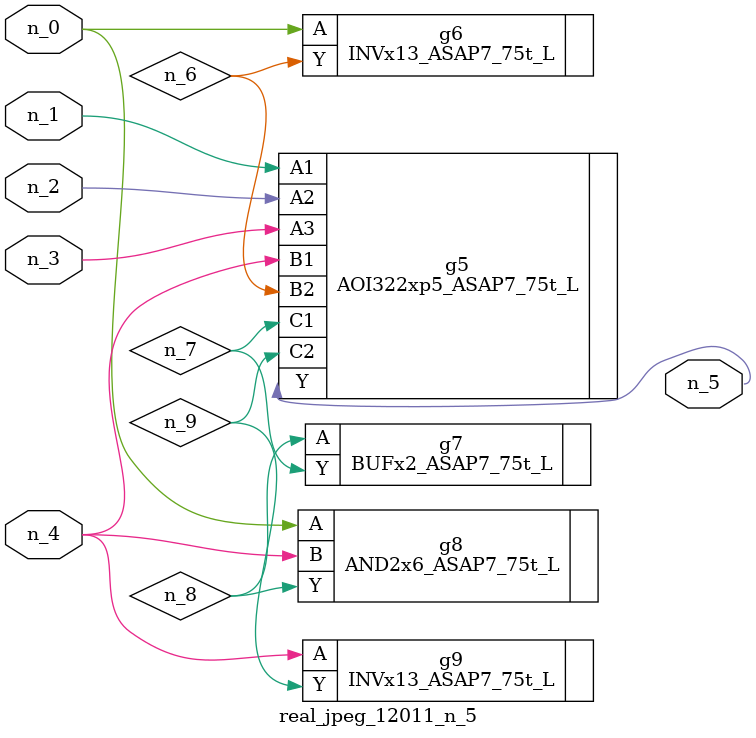
<source format=v>
module real_jpeg_12011_n_5 (n_4, n_0, n_1, n_2, n_3, n_5);

input n_4;
input n_0;
input n_1;
input n_2;
input n_3;

output n_5;

wire n_8;
wire n_6;
wire n_7;
wire n_9;

INVx13_ASAP7_75t_L g6 ( 
.A(n_0),
.Y(n_6)
);

AND2x6_ASAP7_75t_L g8 ( 
.A(n_0),
.B(n_4),
.Y(n_8)
);

AOI322xp5_ASAP7_75t_L g5 ( 
.A1(n_1),
.A2(n_2),
.A3(n_3),
.B1(n_4),
.B2(n_6),
.C1(n_7),
.C2(n_9),
.Y(n_5)
);

INVx13_ASAP7_75t_L g9 ( 
.A(n_4),
.Y(n_9)
);

BUFx2_ASAP7_75t_L g7 ( 
.A(n_8),
.Y(n_7)
);


endmodule
</source>
